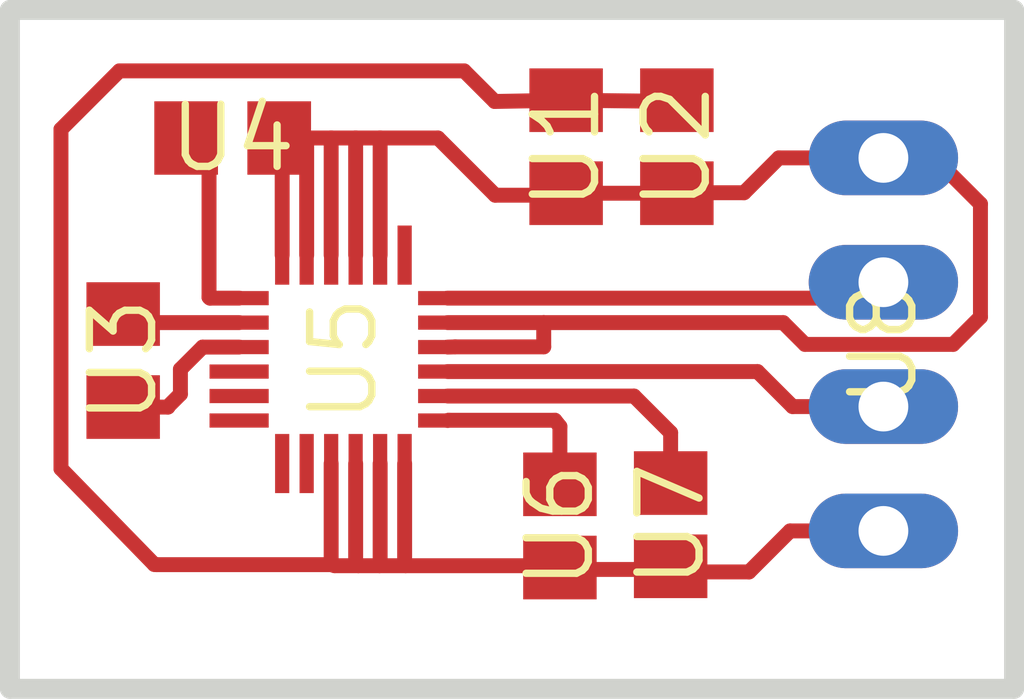
<source format=kicad_pcb>
(kicad_pcb (version 20171130) (host pcbnew "(5.1.4)-1")

  (general
    (thickness 1.6)
    (drawings 4)
    (tracks 89)
    (zones 0)
    (modules 8)
    (nets 16)
  )

  (page A4)
  (layers
    (0 Top signal)
    (31 Bottom signal)
    (32 B.Adhes user)
    (33 F.Adhes user)
    (34 B.Paste user)
    (35 F.Paste user)
    (36 B.SilkS user)
    (37 F.SilkS user)
    (38 B.Mask user)
    (39 F.Mask user)
    (40 Dwgs.User user)
    (41 Cmts.User user)
    (42 Eco1.User user)
    (43 Eco2.User user)
    (44 Edge.Cuts user)
    (45 Margin user)
    (46 B.CrtYd user)
    (47 F.CrtYd user)
    (48 B.Fab user)
    (49 F.Fab user)
  )

  (setup
    (last_trace_width 0.3048)
    (trace_clearance 0.1524)
    (zone_clearance 0.508)
    (zone_45_only no)
    (trace_min 0.2)
    (via_size 0.8)
    (via_drill 0.4)
    (via_min_size 0.4)
    (via_min_drill 0.3)
    (uvia_size 0.3)
    (uvia_drill 0.1)
(uvias_allowed yes)
    (uvia_min_size 0.2)
    (uvia_min_drill 0.1)
    (edge_width 0.05)
    (segment_width 0.2)
    (pcb_text_width 0.3)
    (pcb_text_size 1.5 1.5)
    (mod_edge_width 0.12)
    (mod_text_size 1 1)
    (mod_text_width 0.15)
    (pad_size 1.524 1.524)
    (pad_drill 0.762)
    (pad_to_mask_clearance 0.051)
    (solder_mask_min_width 0.25)
    (aux_axis_origin 0 0)
    (visible_elements 7FFFFFFF)
    (pcbplotparams
      (layerselection 0x010fc_ffffffff)
      (usegerberextensions false)
      (usegerberattributes false)
      (usegerberadvancedattributes false)
      (creategerberjobfile false)
      (excludeedgelayer true)
      (linewidth 0.100000)
      (plotframeref false)
      (viasonmask false)
      (mode 1)
      (useauxorigin false)
      (hpglpennumber 1)
      (hpglpenspeed 20)
      (hpglpendiameter 15.000000)
      (psnegative false)
      (psa4output false)
      (plotreference true)
      (plotvalue true)
      (plotinvisibletext false)
      (padsonsilk false)
      (subtractmaskfromsilk false)
      (outputformat 1)
      (mirror false)
      (drillshape 1)
      (scaleselection 1)
      (outputdirectory ""))
  )

  (net 0 "")
  (net 1 GND)
  (net 2 VDD)
  (net 3 /SDA)
  (net 4 /SCL)
  (net 5 "Net-(R2-Pad1)")
  (net 6 "Net-(R1-Pad1)")
  (net 7 "Net-(U1-Pad14)")
  (net 8 "Net-(U1-Pad13)")
  (net 9 "Net-(U1-Pad12)")
  (net 10 "Net-(U1-Pad11)")
  (net 11 "Net-(U1-Pad10)")
  (net 12 "Net-(C1-Pad1)")
  (net 13 "Net-(C1-Pad2)")
  (net 14 "Net-(C2-Pad2)")
  (net 15 "Net-(U1-Pad1)")

  (net_class Default "This is the default net class."
    (clearance 0.1524)
    (trace_width 0.3048)
    (via_dia 0.8)
    (via_drill 0.4)
    (uvia_dia 0.3)
    (uvia_drill 0.1)
    (add_net /SCL)
    (add_net /SDA)
    (add_net GND)
    (add_net "Net-(C1-Pad1)")
    (add_net "Net-(C1-Pad2)")
    (add_net "Net-(C2-Pad2)")
    (add_net "Net-(R1-Pad1)")
    (add_net "Net-(R2-Pad1)")
    (add_net "Net-(U1-Pad1)")
    (add_net "Net-(U1-Pad10)")
    (add_net "Net-(U1-Pad11)")
    (add_net "Net-(U1-Pad12)")
    (add_net "Net-(U1-Pad13)")
    (add_net "Net-(U1-Pad14)")
    (add_net VDD)
  )

  (module imu:C0805 (layer Top) (tedit 5DCDEC05) (tstamp 5DC8EB23)
    (at 149.606 100.8634 270)
    (descr <b>CAPACITOR</b><p>)
    (path /A60240AA)
    (fp_text reference "U1" (at 0 0 270) (layer F.SilkS)
      (effects (font (size 1.27 1.27) (thickness 0.15)))
    )
    (fp_text value "" (at 0 0 270) (layer F.SilkS)
      (effects (font (size 1.27 1.27) (thickness 0.15)))
    )
    (fp_poly (pts (xy -1.97 -0.98) (xy 1.97 -0.98) (xy 1.97 0.98) (xy -1.97 0.98)) (layer F.CrtYd) (width 0.05))
    (pad 2 smd rect (at 0.95 0 270) (size 1.3 1.5) (layers Top F.Paste F.Mask)
      (net 1 GND) (solder_mask_margin 0.1016))
    (pad 1 smd rect (at -0.95 0 270) (size 1.3 1.5) (layers Top F.Paste F.Mask)
      (net 2 VDD) (solder_mask_margin 0.1016))
  )

  (module imu:C0805 (layer Top) (tedit 5DCDEC05) (tstamp 5DC8EB31)
    (at 151.8666 100.8634 270)
    (descr <b>CAPACITOR</b><p>)
    (path /C3EA450F)
    (fp_text reference "U2" (at 0 0 270) (layer F.SilkS)
      (effects (font (size 1.27 1.27) (thickness 0.15)))
    )
    (fp_text value "" (at 0 0 270) (layer F.SilkS)
      (effects (font (size 1.27 1.27) (thickness 0.15)))
    )
    (fp_poly (pts (xy -1.97 -0.98) (xy 1.97 -0.98) (xy 1.97 0.98) (xy -1.97 0.98)) (layer F.CrtYd) (width 0.05))
    (pad 2 smd rect (at 0.95 0 270) (size 1.3 1.5) (layers Top F.Paste F.Mask)
      (net 1 GND) (solder_mask_margin 0.1016))
    (pad 1 smd rect (at -0.95 0 270) (size 1.3 1.5) (layers Top F.Paste F.Mask)
      (net 2 VDD) (solder_mask_margin 0.1016))
  )

  (module imu:C0805 (layer Top) (tedit 5DCDEC05) (tstamp 5DC8EB3F)
    (at 140.5636 105.2322 90)
    (descr <b>CAPACITOR</b><p>)
    (path /7A0BA227)
    (fp_text reference "U3" (at 0 0 90) (layer F.SilkS)
      (effects (font (size 1.27 1.27) (thickness 0.15)))
    )
    (fp_text value "" (at 0 0 90) (layer F.SilkS)
      (effects (font (size 1.27 1.27) (thickness 0.15)))
    )
    (fp_poly (pts (xy -1.97 -0.98) (xy 1.97 -0.98) (xy 1.97 0.98) (xy -1.97 0.98)) (layer F.CrtYd) (width 0.05))
    (pad 2 smd rect (at 0.95 0 90) (size 1.3 1.5) (layers Top F.Paste F.Mask)
      (net 13 "Net-(C1-Pad2)") (solder_mask_margin 0.1016))
    (pad 1 smd rect (at -0.95 0 90) (size 1.3 1.5) (layers Top F.Paste F.Mask)
      (net 12 "Net-(C1-Pad1)") (solder_mask_margin 0.1016))
  )

  (module imu:C0805 (layer Top) (tedit 5DCDEC05) (tstamp 5DC8EB4D)
    (at 142.7988 100.6856 180)
    (descr <b>CAPACITOR</b><p>)
    (path /39D9FF9F)
    (fp_text reference "U4" (at 0 0 180) (layer F.SilkS)
      (effects (font (size 1.27 1.27) (thickness 0.15)))
    )
    (fp_text value "" (at 0 0 180) (layer F.SilkS)
      (effects (font (size 1.27 1.27) (thickness 0.15)))
    )
    (fp_poly (pts (xy -1.97 -0.98) (xy 1.97 -0.98) (xy 1.97 0.98) (xy -1.97 0.98)) (layer F.CrtYd) (width 0.05))
    (pad 2 smd rect (at 0.95 0 180) (size 1.3 1.5) (layers Top F.Paste F.Mask)
      (net 14 "Net-(C2-Pad2)") (solder_mask_margin 0.1016))
    (pad 1 smd rect (at -0.95 0 180) (size 1.3 1.5) (layers Top F.Paste F.Mask)
      (net 1 GND) (solder_mask_margin 0.1016))
  )

  (module imu:LGA-24 (layer Top) (tedit 5DCDEC7A) (tstamp 5DC8EAD5)
    (at 145.0594 105.2068 270)
    (descr "<h3>LGA 4x4x1 mm 24-lead</h3>\n<ul><li>0.5mm pitch</li>\n<li>Pads are 0.35x0.2 mm square</li>\n</ul>\n<p>This package is used for:<p>\n<ul><li>ST Micro LSM9DS0 3D accel/gyro/mag</li></ul>")
    (path /94FABF20)
    (fp_text reference "U5" (at 0 0 270) (layer F.SilkS)
      (effects (font (size 1.27 1.27) (thickness 0.15)))
    )
    (fp_text value "" (at 0 0 270) (layer F.SilkS)
      (effects (font (size 1.27 1.27) (thickness 0.15)))
    )
    (fp_poly (pts (xy -3 -3) (xy 3 -3) (xy 3 3) (xy -3 3)) (layer F.CrtYd) (width 0.1))
    (pad 24 smd rect (at -1.25 -2.129 270) (size 0.29 1.208) (layers Top F.Paste F.Mask)
      (net 3 /SDA) (solder_mask_margin 0.1016))
    (pad 23 smd rect (at -0.75 -2.129 270) (size 0.29 1.208) (layers Top F.Paste F.Mask)
      (net 1 GND) (solder_mask_margin 0.1016))
    (pad 22 smd rect (at -0.25 -2.129 270) (size 0.29 1.208) (layers Top F.Paste F.Mask)
      (net 1 GND) (solder_mask_margin 0.1016))
    (pad 21 smd rect (at 0.25 -2.129 270) (size 0.29 1.208) (layers Top F.Paste F.Mask)
      (net 4 /SCL) (solder_mask_margin 0.1016))
    (pad 20 smd rect (at 0.75 -2.129 270) (size 0.29 1.208) (layers Top F.Paste F.Mask)
      (net 5 "Net-(R2-Pad1)") (solder_mask_margin 0.1016))
    (pad 19 smd rect (at 1.25 -2.129 270) (size 0.29 1.208) (layers Top F.Paste F.Mask)
      (net 6 "Net-(R1-Pad1)") (solder_mask_margin 0.1016))
    (pad 18 smd rect (at 2.129 -1.25 180) (size 0.29 1.208) (layers Top F.Paste F.Mask)
      (net 2 VDD) (solder_mask_margin 0.1016))
    (pad 17 smd rect (at 2.129 -0.75 180) (size 0.29 1.208) (layers Top F.Paste F.Mask)
      (net 2 VDD) (solder_mask_margin 0.1016))
    (pad 16 smd rect (at 2.129 -0.25 180) (size 0.29 1.208) (layers Top F.Paste F.Mask)
      (net 2 VDD) (solder_mask_margin 0.1016))
    (pad 15 smd rect (at 2.129 0.25 180) (size 0.29 1.208) (layers Top F.Paste F.Mask)
      (net 2 VDD) (solder_mask_margin 0.1016))
    (pad 14 smd rect (at 2.129 0.75 180) (size 0.29 1.208) (layers Top F.Paste F.Mask)
      (net 7 "Net-(U1-Pad14)") (solder_mask_margin 0.1016))
    (pad 13 smd rect (at 2.129 1.25 180) (size 0.29 1.208) (layers Top F.Paste F.Mask)
      (net 8 "Net-(U1-Pad13)") (solder_mask_margin 0.1016))
    (pad 12 smd rect (at 1.25 2.129 90) (size 0.29 1.208) (layers Top F.Paste F.Mask)
      (net 9 "Net-(U1-Pad12)") (solder_mask_margin 0.1016))
    (pad 11 smd rect (at 0.75 2.129 90) (size 0.29 1.208) (layers Top F.Paste F.Mask)
      (net 10 "Net-(U1-Pad11)") (solder_mask_margin 0.1016))
    (pad 10 smd rect (at 0.25 2.129 90) (size 0.29 1.208) (layers Top F.Paste F.Mask)
      (net 11 "Net-(U1-Pad10)") (solder_mask_margin 0.1016))
    (pad 9 smd rect (at -0.25 2.129 90) (size 0.29 1.208) (layers Top F.Paste F.Mask)
      (net 12 "Net-(C1-Pad1)") (solder_mask_margin 0.1016))
    (pad 8 smd rect (at -0.75 2.129 90) (size 0.29 1.208) (layers Top F.Paste F.Mask)
      (net 13 "Net-(C1-Pad2)") (solder_mask_margin 0.1016))
    (pad 7 smd rect (at -1.25 2.129 90) (size 0.29 1.208) (layers Top F.Paste F.Mask)
      (net 14 "Net-(C2-Pad2)") (solder_mask_margin 0.1016))
    (pad 6 smd rect (at -2.129 1.25) (size 0.29 1.208) (layers Top F.Paste F.Mask)
      (net 1 GND) (solder_mask_margin 0.1016))
    (pad 5 smd rect (at -2.129 0.75) (size 0.29 1.208) (layers Top F.Paste F.Mask)
      (net 1 GND) (solder_mask_margin 0.1016))
    (pad 4 smd rect (at -2.129 0.25) (size 0.29 1.208) (layers Top F.Paste F.Mask)
      (net 1 GND) (solder_mask_margin 0.1016))
    (pad 3 smd rect (at -2.129 -0.25) (size 0.29 1.208) (layers Top F.Paste F.Mask)
      (net 1 GND) (solder_mask_margin 0.1016))
    (pad 2 smd rect (at -2.129 -0.75) (size 0.29 1.208) (layers Top F.Paste F.Mask)
      (net 1 GND) (solder_mask_margin 0.1016))
    (pad 1 smd rect (at -2.129 -1.25) (size 0.29 1.208) (layers Top F.Paste F.Mask)
      (net 15 "Net-(U1-Pad1)") (solder_mask_margin 0.1016))
  )

  (module imu:R0805 (layer Top) (tedit 5DCDEBD1) (tstamp 5DC8EB5B)
    (at 149.479 108.6104 270)
    (descr "<b>RESISTOR</b><p>\nchip")
    (path /5FC72806)
    (fp_text reference "U6" (at 0 0 270) (layer F.SilkS)
      (effects (font (size 1.27 1.27) (thickness 0.15)))
    )
    (fp_text value "" (at 0 0 270) (layer F.SilkS)
      (effects (font (size 1.27 1.27) (thickness 0.15)))
    )
    (fp_poly (pts (xy -2 -1) (xy 2 -1) (xy 2 1) (xy -2 1)) (layer F.CrtYd) (width 0.1))
    (pad 2 smd rect (at 0.85 0 270) (size 1.3 1.5) (layers Top F.Paste F.Mask)
      (net 2 VDD) (solder_mask_margin 0.1016))
    (pad 1 smd rect (at -0.85 0 270) (size 1.3 1.5) (layers Top F.Paste F.Mask)
      (net 6 "Net-(R1-Pad1)") (solder_mask_margin 0.1016))
  )

  (module imu:R0805 (layer Top) (tedit 5DCDEBD1) (tstamp 5DC8EB69)
    (at 151.7396 108.585 270)
    (descr "<b>RESISTOR</b><p>\nchip")
    (path /8EFFCFBB)
    (fp_text reference "U7" (at 0 0 270) (layer F.SilkS)
      (effects (font (size 1.27 1.27) (thickness 0.15)))
    )
    (fp_text value "" (at 0 0 270) (layer F.SilkS)
      (effects (font (size 1.27 1.27) (thickness 0.15)))
    )
    (fp_poly (pts (xy -2 -1) (xy 2 -1) (xy 2 1) (xy -2 1)) (layer F.CrtYd) (width 0.1))
    (pad 2 smd rect (at 0.85 0 270) (size 1.3 1.5) (layers Top F.Paste F.Mask)
      (net 2 VDD) (solder_mask_margin 0.1016))
    (pad 1 smd rect (at -0.85 0 270) (size 1.3 1.5) (layers Top F.Paste F.Mask)
      (net 5 "Net-(R2-Pad1)") (solder_mask_margin 0.1016))
  )

  (module imu:MA04-1 locked (layer Top) (tedit 5DCDED3B) (tstamp 5DC8EB77)
    (at 156.083 104.902 90)
    (descr "<b>PIN HEADER</b>")
    (path /4C9F70DA)
    (fp_text reference "U8" (at 0 0 90) (layer F.SilkS)
      (effects (font (size 1.27 1.27) (thickness 0.15)))
    )
    (fp_text value "" (at 0 0 90) (layer F.SilkS)
      (effects (font (size 1.27 1.27) (thickness 0.15)))
    )
    (fp_poly (pts (xy -5 -1.75) (xy 5 -1.75) (xy 5 1.75) (xy -5 1.75)) (layer F.CrtYd) (width 0.1))
    (fp_poly (pts (xy -5 -1.75) (xy 5 -1.75) (xy 5 1.75) (xy -5 1.75)) (layer B.CrtYd) (width 0.1))
    (pad 1 thru_hole oval (at -3.81 0 180) (size 3.048 1.524) (drill 1.016) (layers *.Cu *.Mask)
      (net 2 VDD) (solder_mask_margin 0.1016))
    (pad 2 thru_hole oval (at -1.27 0 180) (size 3.048 1.524) (drill 1.016) (layers *.Cu *.Mask)
      (net 4 /SCL) (solder_mask_margin 0.1016))
    (pad 3 thru_hole oval (at 1.27 0 180) (size 3.048 1.524) (drill 1.016) (layers *.Cu *.Mask)
      (net 3 /SDA) (solder_mask_margin 0.1016))
    (pad 4 thru_hole oval (at 3.81 0 180) (size 3.048 1.524) (drill 1.016) (layers *.Cu *.Mask)
      (net 1 GND) (solder_mask_margin 0.1016))
  )

  (gr_line (start 138.2522 111.9378) (end 138.2522 98.0694) (layer Edge.Cuts) (width 0.4064) (tstamp 1CAD9470))
  (gr_line (start 138.2522 98.0694) (end 158.75 98.0694) (layer Edge.Cuts) (width 0.4064) (tstamp 1CAD8750))
  (gr_line (start 158.75 98.0694) (end 158.75 111.9378) (layer Edge.Cuts) (width 0.4064) (tstamp 1CAD8CF0))
  (gr_line (start 158.75 111.9378) (end 138.2522 111.9378) (layer Edge.Cuts) (width 0.4064) (tstamp 1CAD9BF0))

  (segment (start 143.8094 103.0778) (end 143.8094 100.7462) (width 0.3048) (layer Top) (net 1) (tstamp 1DF3B520))
  (segment (start 143.8094 100.7462) (end 143.7488 100.6856) (width 0.3048) (layer Top) (net 1) (tstamp 1DF3B840))
  (segment (start 143.7488 100.6856) (end 144.3094 100.6856) (width 0.3048) (layer Top) (net 1) (tstamp 1DF3BD40))
  (segment (start 144.3094 100.6856) (end 144.8094 100.6856) (width 0.3048) (layer Top) (net 1) (tstamp 1DF3B8E0))
  (segment (start 144.8094 100.6856) (end 145.3094 100.6856) (width 0.3048) (layer Top) (net 1) (tstamp 1DF3BAC0))
  (segment (start 145.3094 100.6856) (end 145.8094 100.6856) (width 0.3048) (layer Top) (net 1) (tstamp 1DF3BC00))
  (segment (start 145.8094 100.6856) (end 146.9898 100.6856) (width 0.3048) (layer Top) (net 1) (tstamp 1DF3BCA0))
  (segment (start 146.9898 100.6856) (end 148.1582 101.854) (width 0.3048) (layer Top) (net 1) (tstamp 1DF3BF20))
  (segment (start 148.1582 101.854) (end 149.5908 101.854) (width 0.3048) (layer Top) (net 1) (tstamp 1DF3BFC0))
  (segment (start 149.5908 101.854) (end 149.606 101.8134) (width 0.3048) (layer Top) (net 1) (tstamp 1DF3C060))
  (segment (start 151.8666 101.8134) (end 149.606 101.8134) (width 0.3048) (layer Top) (net 1) (tstamp 1C80DBB0))
  (segment (start 156.083 101.092) (end 153.9494 101.092) (width 0.3048) (layer Top) (net 1) (tstamp 1C80CFD0))
  (segment (start 153.9494 101.092) (end 153.2382 101.8032) (width 0.3048) (layer Top) (net 1) (tstamp 1C80E1F0))
  (segment (start 153.2382 101.8032) (end 151.8768 101.8032) (width 0.3048) (layer Top) (net 1) (tstamp 1C80CF30))
  (segment (start 151.8768 101.8032) (end 151.8666 101.8134) (width 0.3048) (layer Top) (net 1) (tstamp 1C80C670))
  (segment (start 144.8094 103.0778) (end 144.8094 100.6856) (width 0.3048) (layer Top) (net 1) (tstamp 1C80D070))
  (segment (start 145.3094 103.0778) (end 145.3094 100.6856) (width 0.3048) (layer Top) (net 1) (tstamp 1C80DE30))
  (segment (start 144.3094 103.0778) (end 144.3094 100.6856) (width 0.3048) (layer Top) (net 1) (tstamp 1C80E290))
  (segment (start 145.8094 103.0778) (end 145.8094 100.6856) (width 0.3048) (layer Top) (net 1) (tstamp 1C80DB10))
  (segment (start 147.1884 104.4568) (end 149.1488 104.4568) (width 0.3048) (layer Top) (net 1) (tstamp 1C80DD90))
  (segment (start 149.1488 104.4568) (end 154.0376 104.4568) (width 0.3048) (layer Top) (net 1) (tstamp 1C80D6B0))
  (segment (start 158.0642 104.3432) (end 158.0642 102.0318) (width 0.3048) (layer Top) (net 1) (tstamp 1C80C8F0))
  (segment (start 158.0642 102.0318) (end 157.1244 101.092) (width 0.3048) (layer Top) (net 1) (tstamp 1C80C990))
  (segment (start 157.1244 101.092) (end 156.083 101.092) (width 0.3048) (layer Top) (net 1) (tstamp 1C80EAB0))
  (segment (start 147.1884 104.9568) (end 147.3408 104.9528) (width 0.3048) (layer Top) (net 1) (tstamp 1C80D610))
  (segment (start 147.3408 104.9528) (end 149.1488 104.9528) (width 0.3048) (layer Top) (net 1) (tstamp 1C80E330))
  (segment (start 149.1488 104.9528) (end 149.1488 104.4568) (width 0.3048) (layer Top) (net 1) (tstamp 1C80E3D0))
  (segment (start 154.0376 104.4568) (end 154.4828 104.902) (width 0.3048) (layer Top) (net 1) (tstamp 1C80CA30))
  (segment (start 154.4828 104.902) (end 157.5054 104.902) (width 0.3048) (layer Top) (net 1) (tstamp 1C80E470))
  (segment (start 157.5054 104.902) (end 158.0642 104.3432) (width 0.3048) (layer Top) (net 1) (tstamp 1C80D750))
  (segment (start 156.083 108.712) (end 154.178 108.712) (width 0.3048) (layer Top) (net 2) (tstamp 1C80F730))
  (segment (start 154.178 108.712) (end 153.3398 109.5502) (width 0.3048) (layer Top) (net 2) (tstamp 1C80F370))
  (segment (start 153.3398 109.5502) (end 151.8548 109.5502) (width 0.3048) (layer Top) (net 2) (tstamp 1C80F050))
  (segment (start 151.8548 109.5502) (end 151.7396 109.435) (width 0.3048) (layer Top) (net 2) (tstamp 1C810090))
  (segment (start 144.8094 107.3358) (end 144.8094 109.4018) (width 0.3048) (layer Top) (net 2) (tstamp 1C80F910))
  (segment (start 144.8094 109.4018) (end 144.8816 109.4232) (width 0.3048) (layer Top) (net 2) (tstamp 1C80F7D0))
  (segment (start 144.8816 109.4232) (end 145.3642 109.4232) (width 0.3048) (layer Top) (net 2) (tstamp 1C80F190))
  (segment (start 145.3642 109.4232) (end 145.796 109.4232) (width 0.3048) (layer Top) (net 2) (tstamp 1C80F870))
  (segment (start 145.796 109.4232) (end 146.3294 109.4232) (width 0.3048) (layer Top) (net 2) (tstamp 1C80EF10))
  (segment (start 146.3294 109.4232) (end 149.987 109.4232) (width 0.3048) (layer Top) (net 2) (tstamp 1C80F230))
  (segment (start 149.987 109.4232) (end 150.0632 109.4994) (width 0.3048) (layer Top) (net 2) (tstamp 1C80F410))
  (segment (start 150.0632 109.4994) (end 149.518 109.4994) (width 0.3048) (layer Top) (net 2) (tstamp 1C80F2D0))
  (segment (start 149.518 109.4994) (end 149.479 109.4604) (width 0.3048) (layer Top) (net 2) (tstamp 1C80FA50))
  (segment (start 150.0632 109.4994) (end 151.6752 109.4994) (width 0.3048) (layer Top) (net 2) (tstamp 1C80F550))
  (segment (start 151.6752 109.4994) (end 151.7396 109.435) (width 0.3048) (layer Top) (net 2) (tstamp 1C80F5F0))
  (segment (start 145.3094 107.3358) (end 145.3094 109.3684) (width 0.3048) (layer Top) (net 2) (tstamp 1C80FEB0))
  (segment (start 145.3094 109.3684) (end 145.3642 109.4232) (width 0.3048) (layer Top) (net 2) (tstamp 1C80F690))
  (segment (start 145.8094 107.3358) (end 145.8094 109.4098) (width 0.3048) (layer Top) (net 2) (tstamp 1C80FCD0))
  (segment (start 145.8094 109.4098) (end 145.796 109.4232) (width 0.3048) (layer Top) (net 2) (tstamp 1C80F9B0))
  (segment (start 146.3094 107.3358) (end 146.3094 109.4032) (width 0.3048) (layer Top) (net 2) (tstamp 1C80FAF0))
  (segment (start 146.3094 109.4032) (end 146.3294 109.4232) (width 0.3048) (layer Top) (net 2) (tstamp 1C80FB90))
  (segment (start 151.8666 99.9134) (end 151.8666 99.9388) (width 0.3048) (layer Top) (net 2) (tstamp 1C80FC30))
  (segment (start 151.8666 99.9388) (end 149.606 99.9134) (width 0.3048) (layer Top) (net 2) (tstamp 1C80FFF0))
  (segment (start 149.606 99.9134) (end 148.148 99.9388) (width 0.3048) (layer Top) (net 2) (tstamp 1C810130))
  (segment (start 148.148 99.9388) (end 147.5232 99.314) (width 0.3048) (layer Top) (net 2) (tstamp 1C810270))
  (segment (start 147.5232 99.314) (end 140.4874 99.314) (width 0.3048) (layer Top) (net 2) (tstamp 1C810310))
  (segment (start 140.4874 99.314) (end 139.2936 100.5078) (width 0.3048) (layer Top) (net 2) (tstamp 1D74EF50))
  (segment (start 139.2936 100.5078) (end 139.2936 107.442) (width 0.3048) (layer Top) (net 2) (tstamp 1D74F130))
  (segment (start 139.2936 107.442) (end 141.1986 109.3978) (width 0.3048) (layer Top) (net 2) (tstamp 1D74DC90))
  (segment (start 144.8094 109.4018) (end 141.2454 109.4018) (width 0.3048) (layer Top) (net 2) (tstamp 1D74CED0))
  (segment (start 141.2454 109.4018) (end 141.1986 109.3978) (width 0.3048) (layer Top) (net 2) (tstamp 1D74D970))
  (segment (start 147.1884 103.9568) (end 155.7582 103.9568) (width 0.3048) (layer Top) (net 3) (tstamp 1C80C530))
  (segment (start 155.7582 103.9568) (end 156.083 103.632) (width 0.3048) (layer Top) (net 3) (tstamp 1C80DC50))
  (segment (start 156.083 106.172) (end 154.2288 106.172) (width 0.3048) (layer Top) (net 4) (tstamp 1C80C490))
  (segment (start 154.2288 106.172) (end 153.5136 105.4568) (width 0.3048) (layer Top) (net 4) (tstamp 1C80C5D0))
  (segment (start 147.1884 105.4568) (end 153.5136 105.4568) (width 0.3048) (layer Top) (net 4) (tstamp 1C80DF70))
  (segment (start 147.1884 105.9568) (end 150.991 105.9568) (width 0.3048) (layer Top) (net 5) (tstamp 1C80EBF0))
  (segment (start 150.991 105.9568) (end 151.7396 106.7054) (width 0.3048) (layer Top) (net 5) (tstamp 1C80CE90))
  (segment (start 151.7396 106.7054) (end 151.7396 107.735) (width 0.3048) (layer Top) (net 5) (tstamp 1C8101D0))
  (segment (start 149.479 107.7604) (end 149.479 106.5784) (width 0.3048) (layer Top) (net 6) (tstamp 1C80CD50))
  (segment (start 149.479 106.5784) (end 149.3774 106.4514) (width 0.3048) (layer Top) (net 6) (tstamp 1C80DCF0))
  (segment (start 149.3774 106.4514) (end 147.2084 106.4514) (width 0.3048) (layer Top) (net 6) (tstamp 1C80E650))
  (segment (start 147.2084 106.4514) (end 147.1884 106.4568) (width 0.3048) (layer Top) (net 6) (tstamp 1C80E6F0))
  (segment (start 142.9304 104.9568) (end 142.1852 104.9568) (width 0.3048) (layer Top) (net 12) (tstamp 1C80CCB0))
  (segment (start 142.1852 104.9568) (end 141.732 105.41) (width 0.3048) (layer Top) (net 12) (tstamp 1C80E0B0))
  (segment (start 141.732 105.41) (end 141.732 105.918) (width 0.3048) (layer Top) (net 12) (tstamp 1C80D4D0))
  (segment (start 141.732 105.918) (end 141.478 106.172) (width 0.3048) (layer Top) (net 12) (tstamp 1C80D2F0))
  (segment (start 141.478 106.172) (end 141.478 106.1822) (width 0.3048) (layer Top) (net 12) (tstamp 1C80E5B0))
  (segment (start 141.478 106.1822) (end 140.5636 106.1822) (width 0.3048) (layer Top) (net 12) (tstamp 1C80E150))
  (segment (start 142.9304 104.4568) (end 140.7382 104.4568) (width 0.3048) (layer Top) (net 13) (tstamp 1C80E510))
  (segment (start 140.7382 104.4568) (end 140.5636 104.2822) (width 0.3048) (layer Top) (net 13) (tstamp 1C80E8D0))
  (segment (start 141.8488 100.6856) (end 141.8488 100.6856) (width 0.3048) (layer Top) (net 14) (tstamp 1C80CBB6))
  (segment (start 141.8488 100.6856) (end 142.027666 100.721179) (width 0.3048) (layer Top) (net 14) (tstamp 1C80CBCD))
  (segment (start 142.027666 100.721179) (end 142.179302 100.822498) (width 0.3048) (layer Top) (net 14) (tstamp 1C80CBE3))
  (segment (start 142.179302 100.822498) (end 142.3162 101.153) (width 0.3048) (layer Top) (net 14) (tstamp 1C80CC10))
  (segment (start 142.3162 101.153) (end 142.3162 103.9368) (width 0.3048) (layer Top) (net 14) (tstamp 1C80D930))
  (segment (start 142.3162 103.9368) (end 142.3162 103.9368) (width 0.3048) (layer Top) (net 14) (tstamp 1C80D8EA))
  (segment (start 142.3162 103.9368) (end 142.3362 103.9568) (width 0.3048) (layer Top) (net 14) (tstamp 1C80D890))
  (segment (start 142.3362 103.9568) (end 142.9304 103.9568) (width 0.3048) (layer Top) (net 14) (tstamp 1C80C850))

)

</source>
